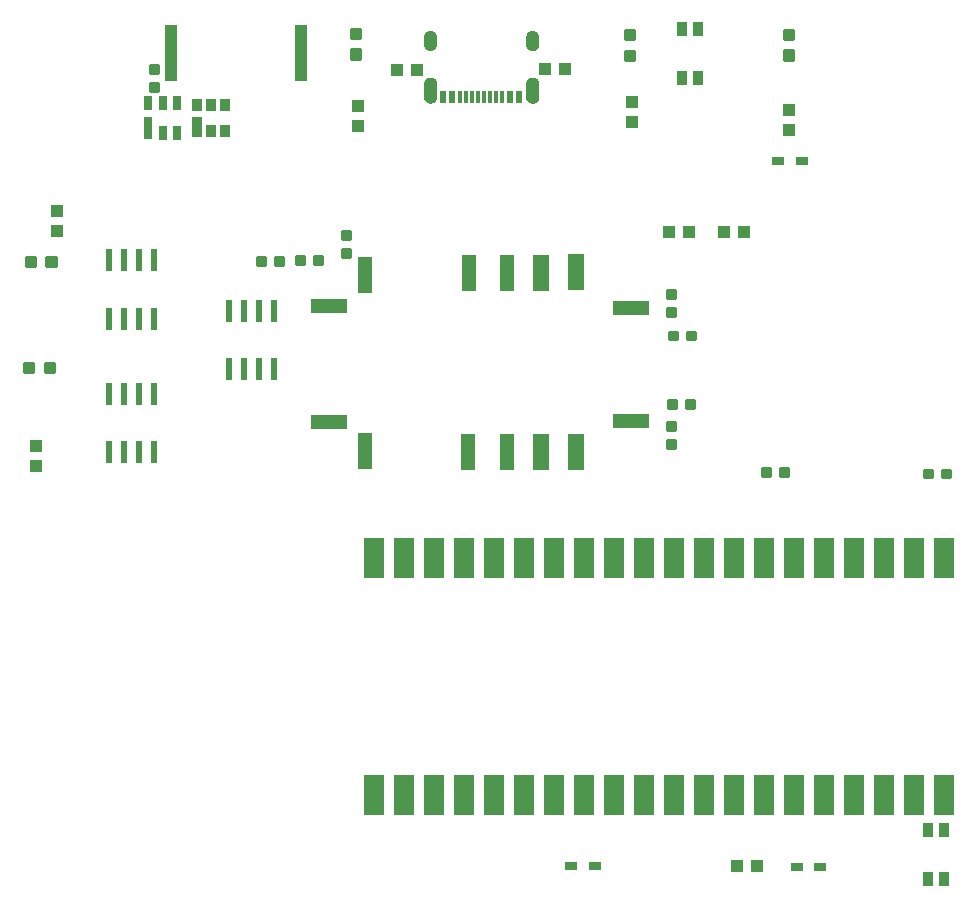
<source format=gtp>
G75*
%MOIN*%
%OFA0B0*%
%FSLAX25Y25*%
%IPPOS*%
%LPD*%
%AMOC8*
5,1,8,0,0,1.08239X$1,22.5*
%
%ADD10R,0.03937X0.04331*%
%ADD11R,0.06693X0.13780*%
%ADD12R,0.03543X0.04921*%
%ADD13R,0.05000X0.12000*%
%ADD14R,0.12000X0.05000*%
%ADD15R,0.05500X0.12000*%
%ADD16R,0.05600X0.12000*%
%ADD17C,0.00875*%
%ADD18R,0.01181X0.03937*%
%ADD19R,0.02362X0.03937*%
%ADD20C,0.00039*%
%ADD21R,0.02200X0.07800*%
%ADD22R,0.03937X0.03150*%
%ADD23C,0.01181*%
%ADD24R,0.02700X0.07700*%
%ADD25R,0.02700X0.04600*%
%ADD26R,0.03937X0.12992*%
%ADD27R,0.03189X0.06693*%
%ADD28R,0.03189X0.04134*%
D10*
X0049035Y0170154D03*
X0049035Y0176846D03*
X0056135Y0248654D03*
X0056135Y0255346D03*
X0156335Y0283654D03*
X0156335Y0290346D03*
X0169488Y0302200D03*
X0176181Y0302200D03*
X0218788Y0302400D03*
X0225481Y0302400D03*
X0247635Y0291446D03*
X0247635Y0284754D03*
X0260088Y0248100D03*
X0266781Y0248100D03*
X0278288Y0248100D03*
X0284981Y0248100D03*
X0300135Y0282054D03*
X0300135Y0288746D03*
X0289481Y0036900D03*
X0282788Y0036900D03*
D11*
X0161835Y0060630D03*
X0171835Y0060630D03*
X0181835Y0060630D03*
X0191835Y0060630D03*
X0201835Y0060630D03*
X0211835Y0060630D03*
X0221835Y0060630D03*
X0231835Y0060630D03*
X0241835Y0060630D03*
X0251835Y0060630D03*
X0261835Y0060630D03*
X0271835Y0060630D03*
X0281835Y0060630D03*
X0291835Y0060630D03*
X0301835Y0060630D03*
X0311835Y0060630D03*
X0321835Y0060630D03*
X0331835Y0060630D03*
X0341835Y0060630D03*
X0351835Y0060630D03*
X0351835Y0139370D03*
X0341835Y0139370D03*
X0331835Y0139370D03*
X0321835Y0139370D03*
X0311835Y0139370D03*
X0301835Y0139370D03*
X0291835Y0139370D03*
X0281835Y0139370D03*
X0271835Y0139370D03*
X0261835Y0139370D03*
X0251835Y0139370D03*
X0241835Y0139370D03*
X0231835Y0139370D03*
X0221835Y0139370D03*
X0211835Y0139370D03*
X0201835Y0139370D03*
X0191835Y0139370D03*
X0181835Y0139370D03*
X0171835Y0139370D03*
X0161835Y0139370D03*
D12*
X0264482Y0299428D03*
X0269797Y0299428D03*
X0269797Y0315766D03*
X0264443Y0315766D03*
X0346243Y0048866D03*
X0351597Y0048866D03*
X0351597Y0032528D03*
X0346282Y0032528D03*
D13*
X0206009Y0174705D03*
X0193189Y0174705D03*
X0158669Y0175205D03*
X0158788Y0234008D03*
X0193504Y0234441D03*
X0206004Y0234551D03*
D14*
X0247287Y0222705D03*
X0247268Y0185205D03*
X0146748Y0185008D03*
X0146768Y0223508D03*
D15*
X0217504Y0234661D03*
X0217528Y0174705D03*
X0229048Y0174705D03*
D16*
X0229004Y0234772D03*
D17*
X0259422Y0228713D02*
X0259422Y0226087D01*
X0259422Y0228713D02*
X0262048Y0228713D01*
X0262048Y0226087D01*
X0259422Y0226087D01*
X0259422Y0226961D02*
X0262048Y0226961D01*
X0262048Y0227835D02*
X0259422Y0227835D01*
X0259422Y0228709D02*
X0262048Y0228709D01*
X0259422Y0222713D02*
X0259422Y0220087D01*
X0259422Y0222713D02*
X0262048Y0222713D01*
X0262048Y0220087D01*
X0259422Y0220087D01*
X0259422Y0220961D02*
X0262048Y0220961D01*
X0262048Y0221835D02*
X0259422Y0221835D01*
X0259422Y0222709D02*
X0262048Y0222709D01*
X0262748Y0212387D02*
X0260122Y0212387D01*
X0260122Y0215013D01*
X0262748Y0215013D01*
X0262748Y0212387D01*
X0262748Y0213261D02*
X0260122Y0213261D01*
X0260122Y0214135D02*
X0262748Y0214135D01*
X0262748Y0215009D02*
X0260122Y0215009D01*
X0266122Y0212387D02*
X0268748Y0212387D01*
X0266122Y0212387D02*
X0266122Y0215013D01*
X0268748Y0215013D01*
X0268748Y0212387D01*
X0268748Y0213261D02*
X0266122Y0213261D01*
X0266122Y0214135D02*
X0268748Y0214135D01*
X0268748Y0215009D02*
X0266122Y0215009D01*
X0265622Y0192213D02*
X0268248Y0192213D01*
X0268248Y0189587D01*
X0265622Y0189587D01*
X0265622Y0192213D01*
X0265622Y0190461D02*
X0268248Y0190461D01*
X0268248Y0191335D02*
X0265622Y0191335D01*
X0265622Y0192209D02*
X0268248Y0192209D01*
X0262248Y0192213D02*
X0259622Y0192213D01*
X0262248Y0192213D02*
X0262248Y0189587D01*
X0259622Y0189587D01*
X0259622Y0192213D01*
X0259622Y0190461D02*
X0262248Y0190461D01*
X0262248Y0191335D02*
X0259622Y0191335D01*
X0259622Y0192209D02*
X0262248Y0192209D01*
X0259422Y0184813D02*
X0259422Y0182187D01*
X0259422Y0184813D02*
X0262048Y0184813D01*
X0262048Y0182187D01*
X0259422Y0182187D01*
X0259422Y0183061D02*
X0262048Y0183061D01*
X0262048Y0183935D02*
X0259422Y0183935D01*
X0259422Y0184809D02*
X0262048Y0184809D01*
X0259422Y0178813D02*
X0259422Y0176187D01*
X0259422Y0178813D02*
X0262048Y0178813D01*
X0262048Y0176187D01*
X0259422Y0176187D01*
X0259422Y0177061D02*
X0262048Y0177061D01*
X0262048Y0177935D02*
X0259422Y0177935D01*
X0259422Y0178809D02*
X0262048Y0178809D01*
X0291122Y0166787D02*
X0293748Y0166787D01*
X0291122Y0166787D02*
X0291122Y0169413D01*
X0293748Y0169413D01*
X0293748Y0166787D01*
X0293748Y0167661D02*
X0291122Y0167661D01*
X0291122Y0168535D02*
X0293748Y0168535D01*
X0293748Y0169409D02*
X0291122Y0169409D01*
X0297122Y0166787D02*
X0299748Y0166787D01*
X0297122Y0166787D02*
X0297122Y0169413D01*
X0299748Y0169413D01*
X0299748Y0166787D01*
X0299748Y0167661D02*
X0297122Y0167661D01*
X0297122Y0168535D02*
X0299748Y0168535D01*
X0299748Y0169409D02*
X0297122Y0169409D01*
X0345122Y0166387D02*
X0347748Y0166387D01*
X0345122Y0166387D02*
X0345122Y0169013D01*
X0347748Y0169013D01*
X0347748Y0166387D01*
X0347748Y0167261D02*
X0345122Y0167261D01*
X0345122Y0168135D02*
X0347748Y0168135D01*
X0347748Y0169009D02*
X0345122Y0169009D01*
X0351122Y0166387D02*
X0353748Y0166387D01*
X0351122Y0166387D02*
X0351122Y0169013D01*
X0353748Y0169013D01*
X0353748Y0166387D01*
X0353748Y0167261D02*
X0351122Y0167261D01*
X0351122Y0168135D02*
X0353748Y0168135D01*
X0353748Y0169009D02*
X0351122Y0169009D01*
X0151022Y0239987D02*
X0151022Y0242613D01*
X0153648Y0242613D01*
X0153648Y0239987D01*
X0151022Y0239987D01*
X0151022Y0240861D02*
X0153648Y0240861D01*
X0153648Y0241735D02*
X0151022Y0241735D01*
X0151022Y0242609D02*
X0153648Y0242609D01*
X0151022Y0245987D02*
X0151022Y0248613D01*
X0153648Y0248613D01*
X0153648Y0245987D01*
X0151022Y0245987D01*
X0151022Y0246861D02*
X0153648Y0246861D01*
X0153648Y0247735D02*
X0151022Y0247735D01*
X0151022Y0248609D02*
X0153648Y0248609D01*
X0144448Y0240113D02*
X0141822Y0240113D01*
X0144448Y0240113D02*
X0144448Y0237487D01*
X0141822Y0237487D01*
X0141822Y0240113D01*
X0141822Y0238361D02*
X0144448Y0238361D01*
X0144448Y0239235D02*
X0141822Y0239235D01*
X0141822Y0240109D02*
X0144448Y0240109D01*
X0138448Y0240113D02*
X0135822Y0240113D01*
X0138448Y0240113D02*
X0138448Y0237487D01*
X0135822Y0237487D01*
X0135822Y0240113D01*
X0135822Y0238361D02*
X0138448Y0238361D01*
X0138448Y0239235D02*
X0135822Y0239235D01*
X0135822Y0240109D02*
X0138448Y0240109D01*
X0131348Y0237187D02*
X0128722Y0237187D01*
X0128722Y0239813D01*
X0131348Y0239813D01*
X0131348Y0237187D01*
X0131348Y0238061D02*
X0128722Y0238061D01*
X0128722Y0238935D02*
X0131348Y0238935D01*
X0131348Y0239809D02*
X0128722Y0239809D01*
X0125348Y0237187D02*
X0122722Y0237187D01*
X0122722Y0239813D01*
X0125348Y0239813D01*
X0125348Y0237187D01*
X0125348Y0238061D02*
X0122722Y0238061D01*
X0122722Y0238935D02*
X0125348Y0238935D01*
X0125348Y0239809D02*
X0122722Y0239809D01*
X0087022Y0295087D02*
X0087022Y0297713D01*
X0089648Y0297713D01*
X0089648Y0295087D01*
X0087022Y0295087D01*
X0087022Y0295961D02*
X0089648Y0295961D01*
X0089648Y0296835D02*
X0087022Y0296835D01*
X0087022Y0297709D02*
X0089648Y0297709D01*
X0087022Y0301087D02*
X0087022Y0303713D01*
X0089648Y0303713D01*
X0089648Y0301087D01*
X0087022Y0301087D01*
X0087022Y0301961D02*
X0089648Y0301961D01*
X0089648Y0302835D02*
X0087022Y0302835D01*
X0087022Y0303709D02*
X0089648Y0303709D01*
D18*
X0190545Y0293239D03*
X0192513Y0293239D03*
X0194482Y0293239D03*
X0196450Y0293239D03*
X0198419Y0293239D03*
X0200387Y0293239D03*
X0202356Y0293239D03*
X0204325Y0293239D03*
D19*
X0207080Y0293239D03*
X0210132Y0293239D03*
X0187789Y0293239D03*
X0184738Y0293239D03*
D20*
X0182395Y0293357D02*
X0182364Y0292917D01*
X0182235Y0292495D01*
X0182015Y0292112D01*
X0181716Y0291788D01*
X0181352Y0291539D01*
X0180942Y0291376D01*
X0180506Y0291309D01*
X0180069Y0291336D01*
X0179650Y0291460D01*
X0179269Y0291673D01*
X0178945Y0291966D01*
X0178694Y0292324D01*
X0178529Y0292729D01*
X0178458Y0293160D01*
X0178458Y0297884D01*
X0178545Y0298296D01*
X0178720Y0298678D01*
X0178977Y0299012D01*
X0179301Y0299280D01*
X0179677Y0299469D01*
X0180085Y0299570D01*
X0180506Y0299577D01*
X0180887Y0299579D01*
X0181260Y0299495D01*
X0181604Y0299331D01*
X0181903Y0299094D01*
X0182142Y0298796D01*
X0182309Y0298453D01*
X0182395Y0298081D01*
X0182395Y0293357D01*
X0182395Y0293347D02*
X0178458Y0293347D01*
X0178458Y0293309D02*
X0182392Y0293309D01*
X0182389Y0293272D02*
X0178458Y0293272D01*
X0178458Y0293234D02*
X0182386Y0293234D01*
X0182384Y0293196D02*
X0178458Y0293196D01*
X0178459Y0293158D02*
X0182381Y0293158D01*
X0182378Y0293120D02*
X0178465Y0293120D01*
X0178471Y0293082D02*
X0182376Y0293082D01*
X0182373Y0293044D02*
X0178477Y0293044D01*
X0178484Y0293006D02*
X0182370Y0293006D01*
X0182367Y0292968D02*
X0178490Y0292968D01*
X0178496Y0292931D02*
X0182365Y0292931D01*
X0182356Y0292893D02*
X0178502Y0292893D01*
X0178508Y0292855D02*
X0182345Y0292855D01*
X0182333Y0292817D02*
X0178515Y0292817D01*
X0178521Y0292779D02*
X0182321Y0292779D01*
X0182310Y0292741D02*
X0178527Y0292741D01*
X0178539Y0292703D02*
X0182298Y0292703D01*
X0182287Y0292665D02*
X0178555Y0292665D01*
X0178570Y0292628D02*
X0182275Y0292628D01*
X0182264Y0292590D02*
X0178586Y0292590D01*
X0178601Y0292552D02*
X0182252Y0292552D01*
X0182240Y0292514D02*
X0178617Y0292514D01*
X0178632Y0292476D02*
X0182224Y0292476D01*
X0182202Y0292438D02*
X0178648Y0292438D01*
X0178663Y0292400D02*
X0182180Y0292400D01*
X0182159Y0292362D02*
X0178678Y0292362D01*
X0178694Y0292324D02*
X0182137Y0292324D01*
X0182115Y0292287D02*
X0178720Y0292287D01*
X0178747Y0292249D02*
X0182093Y0292249D01*
X0182072Y0292211D02*
X0178773Y0292211D01*
X0178800Y0292173D02*
X0182050Y0292173D01*
X0182028Y0292135D02*
X0178827Y0292135D01*
X0178853Y0292097D02*
X0182001Y0292097D01*
X0181966Y0292059D02*
X0178880Y0292059D01*
X0178906Y0292021D02*
X0181931Y0292021D01*
X0181896Y0291984D02*
X0178933Y0291984D01*
X0178968Y0291946D02*
X0181861Y0291946D01*
X0181826Y0291908D02*
X0179010Y0291908D01*
X0179052Y0291870D02*
X0181791Y0291870D01*
X0181756Y0291832D02*
X0179093Y0291832D01*
X0179135Y0291794D02*
X0181721Y0291794D01*
X0181669Y0291756D02*
X0179177Y0291756D01*
X0179219Y0291718D02*
X0181614Y0291718D01*
X0181559Y0291680D02*
X0179261Y0291680D01*
X0179324Y0291643D02*
X0181504Y0291643D01*
X0181448Y0291605D02*
X0179391Y0291605D01*
X0179459Y0291567D02*
X0181393Y0291567D01*
X0181328Y0291529D02*
X0179527Y0291529D01*
X0179594Y0291491D02*
X0181232Y0291491D01*
X0181136Y0291453D02*
X0179673Y0291453D01*
X0179801Y0291415D02*
X0181040Y0291415D01*
X0180944Y0291377D02*
X0179930Y0291377D01*
X0180059Y0291340D02*
X0180702Y0291340D01*
X0182395Y0293385D02*
X0178458Y0293385D01*
X0178458Y0293423D02*
X0182395Y0293423D01*
X0182395Y0293461D02*
X0178458Y0293461D01*
X0178458Y0293499D02*
X0182395Y0293499D01*
X0182395Y0293537D02*
X0178458Y0293537D01*
X0178458Y0293575D02*
X0182395Y0293575D01*
X0182395Y0293612D02*
X0178458Y0293612D01*
X0178458Y0293650D02*
X0182395Y0293650D01*
X0182395Y0293688D02*
X0178458Y0293688D01*
X0178458Y0293726D02*
X0182395Y0293726D01*
X0182395Y0293764D02*
X0178458Y0293764D01*
X0178458Y0293802D02*
X0182395Y0293802D01*
X0182395Y0293840D02*
X0178458Y0293840D01*
X0178458Y0293878D02*
X0182395Y0293878D01*
X0182395Y0293915D02*
X0178458Y0293915D01*
X0178458Y0293953D02*
X0182395Y0293953D01*
X0182395Y0293991D02*
X0178458Y0293991D01*
X0178458Y0294029D02*
X0182395Y0294029D01*
X0182395Y0294067D02*
X0178458Y0294067D01*
X0178458Y0294105D02*
X0182395Y0294105D01*
X0182395Y0294143D02*
X0178458Y0294143D01*
X0178458Y0294181D02*
X0182395Y0294181D01*
X0182395Y0294219D02*
X0178458Y0294219D01*
X0178458Y0294256D02*
X0182395Y0294256D01*
X0182395Y0294294D02*
X0178458Y0294294D01*
X0178458Y0294332D02*
X0182395Y0294332D01*
X0182395Y0294370D02*
X0178458Y0294370D01*
X0178458Y0294408D02*
X0182395Y0294408D01*
X0182395Y0294446D02*
X0178458Y0294446D01*
X0178458Y0294484D02*
X0182395Y0294484D01*
X0182395Y0294522D02*
X0178458Y0294522D01*
X0178458Y0294559D02*
X0182395Y0294559D01*
X0182395Y0294597D02*
X0178458Y0294597D01*
X0178458Y0294635D02*
X0182395Y0294635D01*
X0182395Y0294673D02*
X0178458Y0294673D01*
X0178458Y0294711D02*
X0182395Y0294711D01*
X0182395Y0294749D02*
X0178458Y0294749D01*
X0178458Y0294787D02*
X0182395Y0294787D01*
X0182395Y0294825D02*
X0178458Y0294825D01*
X0178458Y0294863D02*
X0182395Y0294863D01*
X0182395Y0294900D02*
X0178458Y0294900D01*
X0178458Y0294938D02*
X0182395Y0294938D01*
X0182395Y0294976D02*
X0178458Y0294976D01*
X0178458Y0295014D02*
X0182395Y0295014D01*
X0182395Y0295052D02*
X0178458Y0295052D01*
X0178458Y0295090D02*
X0182395Y0295090D01*
X0182395Y0295128D02*
X0178458Y0295128D01*
X0178458Y0295166D02*
X0182395Y0295166D01*
X0182395Y0295203D02*
X0178458Y0295203D01*
X0178458Y0295241D02*
X0182395Y0295241D01*
X0182395Y0295279D02*
X0178458Y0295279D01*
X0178458Y0295317D02*
X0182395Y0295317D01*
X0182395Y0295355D02*
X0178458Y0295355D01*
X0178458Y0295393D02*
X0182395Y0295393D01*
X0182395Y0295431D02*
X0178458Y0295431D01*
X0178458Y0295469D02*
X0182395Y0295469D01*
X0182395Y0295507D02*
X0178458Y0295507D01*
X0178458Y0295544D02*
X0182395Y0295544D01*
X0182395Y0295582D02*
X0178458Y0295582D01*
X0178458Y0295620D02*
X0182395Y0295620D01*
X0182395Y0295658D02*
X0178458Y0295658D01*
X0178458Y0295696D02*
X0182395Y0295696D01*
X0182395Y0295734D02*
X0178458Y0295734D01*
X0178458Y0295772D02*
X0182395Y0295772D01*
X0182395Y0295810D02*
X0178458Y0295810D01*
X0178458Y0295847D02*
X0182395Y0295847D01*
X0182395Y0295885D02*
X0178458Y0295885D01*
X0178458Y0295923D02*
X0182395Y0295923D01*
X0182395Y0295961D02*
X0178458Y0295961D01*
X0178458Y0295999D02*
X0182395Y0295999D01*
X0182395Y0296037D02*
X0178458Y0296037D01*
X0178458Y0296075D02*
X0182395Y0296075D01*
X0182395Y0296113D02*
X0178458Y0296113D01*
X0178458Y0296150D02*
X0182395Y0296150D01*
X0182395Y0296188D02*
X0178458Y0296188D01*
X0178458Y0296226D02*
X0182395Y0296226D01*
X0182395Y0296264D02*
X0178458Y0296264D01*
X0178458Y0296302D02*
X0182395Y0296302D01*
X0182395Y0296340D02*
X0178458Y0296340D01*
X0178458Y0296378D02*
X0182395Y0296378D01*
X0182395Y0296416D02*
X0178458Y0296416D01*
X0178458Y0296454D02*
X0182395Y0296454D01*
X0182395Y0296491D02*
X0178458Y0296491D01*
X0178458Y0296529D02*
X0182395Y0296529D01*
X0182395Y0296567D02*
X0178458Y0296567D01*
X0178458Y0296605D02*
X0182395Y0296605D01*
X0182395Y0296643D02*
X0178458Y0296643D01*
X0178458Y0296681D02*
X0182395Y0296681D01*
X0182395Y0296719D02*
X0178458Y0296719D01*
X0178458Y0296757D02*
X0182395Y0296757D01*
X0182395Y0296794D02*
X0178458Y0296794D01*
X0178458Y0296832D02*
X0182395Y0296832D01*
X0182395Y0296870D02*
X0178458Y0296870D01*
X0178458Y0296908D02*
X0182395Y0296908D01*
X0182395Y0296946D02*
X0178458Y0296946D01*
X0178458Y0296984D02*
X0182395Y0296984D01*
X0182395Y0297022D02*
X0178458Y0297022D01*
X0178458Y0297060D02*
X0182395Y0297060D01*
X0182395Y0297098D02*
X0178458Y0297098D01*
X0178458Y0297135D02*
X0182395Y0297135D01*
X0182395Y0297173D02*
X0178458Y0297173D01*
X0178458Y0297211D02*
X0182395Y0297211D01*
X0182395Y0297249D02*
X0178458Y0297249D01*
X0178458Y0297287D02*
X0182395Y0297287D01*
X0182395Y0297325D02*
X0178458Y0297325D01*
X0178458Y0297363D02*
X0182395Y0297363D01*
X0182395Y0297401D02*
X0178458Y0297401D01*
X0178458Y0297438D02*
X0182395Y0297438D01*
X0182395Y0297476D02*
X0178458Y0297476D01*
X0178458Y0297514D02*
X0182395Y0297514D01*
X0182395Y0297552D02*
X0178458Y0297552D01*
X0178458Y0297590D02*
X0182395Y0297590D01*
X0182395Y0297628D02*
X0178458Y0297628D01*
X0178458Y0297666D02*
X0182395Y0297666D01*
X0182395Y0297704D02*
X0178458Y0297704D01*
X0178458Y0297742D02*
X0182395Y0297742D01*
X0182395Y0297779D02*
X0178458Y0297779D01*
X0178458Y0297817D02*
X0182395Y0297817D01*
X0182395Y0297855D02*
X0178458Y0297855D01*
X0178460Y0297893D02*
X0182395Y0297893D01*
X0182395Y0297931D02*
X0178468Y0297931D01*
X0178476Y0297969D02*
X0182395Y0297969D01*
X0182395Y0298007D02*
X0178484Y0298007D01*
X0178492Y0298045D02*
X0182395Y0298045D01*
X0182395Y0298082D02*
X0178500Y0298082D01*
X0178508Y0298120D02*
X0182386Y0298120D01*
X0182377Y0298158D02*
X0178516Y0298158D01*
X0178524Y0298196D02*
X0182369Y0298196D01*
X0182360Y0298234D02*
X0178532Y0298234D01*
X0178540Y0298272D02*
X0182351Y0298272D01*
X0182342Y0298310D02*
X0178551Y0298310D01*
X0178568Y0298348D02*
X0182334Y0298348D01*
X0182325Y0298385D02*
X0178586Y0298385D01*
X0178603Y0298423D02*
X0182316Y0298423D01*
X0182305Y0298461D02*
X0178621Y0298461D01*
X0178638Y0298499D02*
X0182287Y0298499D01*
X0182268Y0298537D02*
X0178656Y0298537D01*
X0178673Y0298575D02*
X0182250Y0298575D01*
X0182231Y0298613D02*
X0178690Y0298613D01*
X0178708Y0298651D02*
X0182213Y0298651D01*
X0182195Y0298689D02*
X0178728Y0298689D01*
X0178758Y0298726D02*
X0182176Y0298726D01*
X0182158Y0298764D02*
X0178787Y0298764D01*
X0178816Y0298802D02*
X0182137Y0298802D01*
X0182107Y0298840D02*
X0178845Y0298840D01*
X0178874Y0298878D02*
X0182077Y0298878D01*
X0182046Y0298916D02*
X0178903Y0298916D01*
X0178932Y0298954D02*
X0182016Y0298954D01*
X0181985Y0298992D02*
X0178961Y0298992D01*
X0178998Y0299029D02*
X0181955Y0299029D01*
X0181924Y0299067D02*
X0179044Y0299067D01*
X0179090Y0299105D02*
X0181889Y0299105D01*
X0181841Y0299143D02*
X0179136Y0299143D01*
X0179182Y0299181D02*
X0181793Y0299181D01*
X0181745Y0299219D02*
X0179228Y0299219D01*
X0179273Y0299257D02*
X0181697Y0299257D01*
X0181649Y0299295D02*
X0179331Y0299295D01*
X0179406Y0299333D02*
X0181600Y0299333D01*
X0181521Y0299370D02*
X0179481Y0299370D01*
X0179556Y0299408D02*
X0181441Y0299408D01*
X0181362Y0299446D02*
X0179632Y0299446D01*
X0179738Y0299484D02*
X0181282Y0299484D01*
X0181139Y0299522D02*
X0179892Y0299522D01*
X0180045Y0299560D02*
X0180971Y0299560D01*
X0180506Y0308829D02*
X0180058Y0308871D01*
X0179631Y0309011D01*
X0179245Y0309243D01*
X0178921Y0309554D01*
X0178674Y0309930D01*
X0178517Y0310352D01*
X0178458Y0310798D01*
X0178458Y0313160D01*
X0178493Y0313586D01*
X0178622Y0313994D01*
X0178838Y0314363D01*
X0179131Y0314675D01*
X0179486Y0314914D01*
X0179885Y0315067D01*
X0180309Y0315128D01*
X0180742Y0315115D01*
X0181161Y0315006D01*
X0181546Y0314806D01*
X0181876Y0314525D01*
X0182136Y0314178D01*
X0182312Y0313782D01*
X0182395Y0313357D01*
X0182395Y0310994D01*
X0182375Y0310540D01*
X0182254Y0310101D01*
X0182039Y0309700D01*
X0181740Y0309357D01*
X0181372Y0309090D01*
X0180953Y0308911D01*
X0180506Y0308829D01*
X0180569Y0308841D02*
X0180380Y0308841D01*
X0180034Y0308879D02*
X0180778Y0308879D01*
X0180967Y0308917D02*
X0179918Y0308917D01*
X0179803Y0308954D02*
X0181056Y0308954D01*
X0181144Y0308992D02*
X0179687Y0308992D01*
X0179598Y0309030D02*
X0181233Y0309030D01*
X0181321Y0309068D02*
X0179535Y0309068D01*
X0179472Y0309106D02*
X0181394Y0309106D01*
X0181446Y0309144D02*
X0179409Y0309144D01*
X0179346Y0309182D02*
X0181498Y0309182D01*
X0181550Y0309220D02*
X0179284Y0309220D01*
X0179230Y0309257D02*
X0181602Y0309257D01*
X0181654Y0309295D02*
X0179190Y0309295D01*
X0179151Y0309333D02*
X0181706Y0309333D01*
X0181752Y0309371D02*
X0179112Y0309371D01*
X0179072Y0309409D02*
X0181785Y0309409D01*
X0181818Y0309447D02*
X0179033Y0309447D01*
X0178993Y0309485D02*
X0181851Y0309485D01*
X0181884Y0309523D02*
X0178954Y0309523D01*
X0178917Y0309561D02*
X0181917Y0309561D01*
X0181950Y0309598D02*
X0178892Y0309598D01*
X0178867Y0309636D02*
X0181983Y0309636D01*
X0182016Y0309674D02*
X0178842Y0309674D01*
X0178818Y0309712D02*
X0182045Y0309712D01*
X0182066Y0309750D02*
X0178793Y0309750D01*
X0178768Y0309788D02*
X0182086Y0309788D01*
X0182106Y0309826D02*
X0178743Y0309826D01*
X0178718Y0309864D02*
X0182127Y0309864D01*
X0182147Y0309901D02*
X0178693Y0309901D01*
X0178671Y0309939D02*
X0182167Y0309939D01*
X0182188Y0309977D02*
X0178657Y0309977D01*
X0178643Y0310015D02*
X0182208Y0310015D01*
X0182228Y0310053D02*
X0178629Y0310053D01*
X0178615Y0310091D02*
X0182249Y0310091D01*
X0182262Y0310129D02*
X0178600Y0310129D01*
X0178586Y0310167D02*
X0182272Y0310167D01*
X0182283Y0310204D02*
X0178572Y0310204D01*
X0178558Y0310242D02*
X0182293Y0310242D01*
X0182304Y0310280D02*
X0178544Y0310280D01*
X0178530Y0310318D02*
X0182314Y0310318D01*
X0182325Y0310356D02*
X0178517Y0310356D01*
X0178512Y0310394D02*
X0182335Y0310394D01*
X0182345Y0310432D02*
X0178507Y0310432D01*
X0178502Y0310470D02*
X0182356Y0310470D01*
X0182366Y0310508D02*
X0178497Y0310508D01*
X0178492Y0310545D02*
X0182375Y0310545D01*
X0182377Y0310583D02*
X0178487Y0310583D01*
X0178482Y0310621D02*
X0182379Y0310621D01*
X0182380Y0310659D02*
X0178477Y0310659D01*
X0178472Y0310697D02*
X0182382Y0310697D01*
X0182384Y0310735D02*
X0178467Y0310735D01*
X0178462Y0310773D02*
X0182386Y0310773D01*
X0182387Y0310811D02*
X0178458Y0310811D01*
X0178458Y0310848D02*
X0182389Y0310848D01*
X0182391Y0310886D02*
X0178458Y0310886D01*
X0178458Y0310924D02*
X0182392Y0310924D01*
X0182394Y0310962D02*
X0178458Y0310962D01*
X0178458Y0311000D02*
X0182395Y0311000D01*
X0182395Y0311038D02*
X0178458Y0311038D01*
X0178458Y0311076D02*
X0182395Y0311076D01*
X0182395Y0311114D02*
X0178458Y0311114D01*
X0178458Y0311152D02*
X0182395Y0311152D01*
X0182395Y0311189D02*
X0178458Y0311189D01*
X0178458Y0311227D02*
X0182395Y0311227D01*
X0182395Y0311265D02*
X0178458Y0311265D01*
X0178458Y0311303D02*
X0182395Y0311303D01*
X0182395Y0311341D02*
X0178458Y0311341D01*
X0178458Y0311379D02*
X0182395Y0311379D01*
X0182395Y0311417D02*
X0178458Y0311417D01*
X0178458Y0311455D02*
X0182395Y0311455D01*
X0182395Y0311492D02*
X0178458Y0311492D01*
X0178458Y0311530D02*
X0182395Y0311530D01*
X0182395Y0311568D02*
X0178458Y0311568D01*
X0178458Y0311606D02*
X0182395Y0311606D01*
X0182395Y0311644D02*
X0178458Y0311644D01*
X0178458Y0311682D02*
X0182395Y0311682D01*
X0182395Y0311720D02*
X0178458Y0311720D01*
X0178458Y0311758D02*
X0182395Y0311758D01*
X0182395Y0311796D02*
X0178458Y0311796D01*
X0178458Y0311833D02*
X0182395Y0311833D01*
X0182395Y0311871D02*
X0178458Y0311871D01*
X0178458Y0311909D02*
X0182395Y0311909D01*
X0182395Y0311947D02*
X0178458Y0311947D01*
X0178458Y0311985D02*
X0182395Y0311985D01*
X0182395Y0312023D02*
X0178458Y0312023D01*
X0178458Y0312061D02*
X0182395Y0312061D01*
X0182395Y0312099D02*
X0178458Y0312099D01*
X0178458Y0312136D02*
X0182395Y0312136D01*
X0182395Y0312174D02*
X0178458Y0312174D01*
X0178458Y0312212D02*
X0182395Y0312212D01*
X0182395Y0312250D02*
X0178458Y0312250D01*
X0178458Y0312288D02*
X0182395Y0312288D01*
X0182395Y0312326D02*
X0178458Y0312326D01*
X0178458Y0312364D02*
X0182395Y0312364D01*
X0182395Y0312402D02*
X0178458Y0312402D01*
X0178458Y0312439D02*
X0182395Y0312439D01*
X0182395Y0312477D02*
X0178458Y0312477D01*
X0178458Y0312515D02*
X0182395Y0312515D01*
X0182395Y0312553D02*
X0178458Y0312553D01*
X0178458Y0312591D02*
X0182395Y0312591D01*
X0182395Y0312629D02*
X0178458Y0312629D01*
X0178458Y0312667D02*
X0182395Y0312667D01*
X0182395Y0312705D02*
X0178458Y0312705D01*
X0178458Y0312743D02*
X0182395Y0312743D01*
X0182395Y0312780D02*
X0178458Y0312780D01*
X0178458Y0312818D02*
X0182395Y0312818D01*
X0182395Y0312856D02*
X0178458Y0312856D01*
X0178458Y0312894D02*
X0182395Y0312894D01*
X0182395Y0312932D02*
X0178458Y0312932D01*
X0178458Y0312970D02*
X0182395Y0312970D01*
X0182395Y0313008D02*
X0178458Y0313008D01*
X0178458Y0313046D02*
X0182395Y0313046D01*
X0182395Y0313083D02*
X0178458Y0313083D01*
X0178458Y0313121D02*
X0182395Y0313121D01*
X0182395Y0313159D02*
X0178458Y0313159D01*
X0178461Y0313197D02*
X0182395Y0313197D01*
X0182395Y0313235D02*
X0178464Y0313235D01*
X0178468Y0313273D02*
X0182395Y0313273D01*
X0182395Y0313311D02*
X0178471Y0313311D01*
X0178474Y0313349D02*
X0182395Y0313349D01*
X0182390Y0313387D02*
X0178477Y0313387D01*
X0178480Y0313424D02*
X0182382Y0313424D01*
X0182375Y0313462D02*
X0178483Y0313462D01*
X0178486Y0313500D02*
X0182367Y0313500D01*
X0182360Y0313538D02*
X0178489Y0313538D01*
X0178492Y0313576D02*
X0182352Y0313576D01*
X0182345Y0313614D02*
X0178502Y0313614D01*
X0178514Y0313652D02*
X0182338Y0313652D01*
X0182330Y0313690D02*
X0178526Y0313690D01*
X0178538Y0313727D02*
X0182323Y0313727D01*
X0182315Y0313765D02*
X0178550Y0313765D01*
X0178562Y0313803D02*
X0182303Y0313803D01*
X0182286Y0313841D02*
X0178574Y0313841D01*
X0178585Y0313879D02*
X0182269Y0313879D01*
X0182252Y0313917D02*
X0178597Y0313917D01*
X0178609Y0313955D02*
X0182235Y0313955D01*
X0182218Y0313993D02*
X0178621Y0313993D01*
X0178643Y0314031D02*
X0182202Y0314031D01*
X0182185Y0314068D02*
X0178665Y0314068D01*
X0178688Y0314106D02*
X0182168Y0314106D01*
X0182151Y0314144D02*
X0178710Y0314144D01*
X0178732Y0314182D02*
X0182133Y0314182D01*
X0182105Y0314220D02*
X0178754Y0314220D01*
X0178776Y0314258D02*
X0182076Y0314258D01*
X0182048Y0314296D02*
X0178799Y0314296D01*
X0178821Y0314334D02*
X0182020Y0314334D01*
X0181991Y0314371D02*
X0178846Y0314371D01*
X0178881Y0314409D02*
X0181963Y0314409D01*
X0181935Y0314447D02*
X0178917Y0314447D01*
X0178953Y0314485D02*
X0181906Y0314485D01*
X0181878Y0314523D02*
X0178988Y0314523D01*
X0179024Y0314561D02*
X0181834Y0314561D01*
X0181790Y0314599D02*
X0179059Y0314599D01*
X0179095Y0314637D02*
X0181745Y0314637D01*
X0181700Y0314674D02*
X0179131Y0314674D01*
X0179187Y0314712D02*
X0181656Y0314712D01*
X0181611Y0314750D02*
X0179243Y0314750D01*
X0179299Y0314788D02*
X0181567Y0314788D01*
X0181507Y0314826D02*
X0179356Y0314826D01*
X0179412Y0314864D02*
X0181434Y0314864D01*
X0181361Y0314902D02*
X0179469Y0314902D01*
X0179554Y0314940D02*
X0181288Y0314940D01*
X0181215Y0314978D02*
X0179652Y0314978D01*
X0179751Y0315015D02*
X0181124Y0315015D01*
X0180979Y0315053D02*
X0179849Y0315053D01*
X0180051Y0315091D02*
X0180833Y0315091D01*
X0212474Y0313160D02*
X0212474Y0310798D01*
X0212514Y0310367D01*
X0212648Y0309957D01*
X0212870Y0309586D01*
X0213170Y0309275D01*
X0213531Y0309037D01*
X0213936Y0308886D01*
X0214364Y0308829D01*
X0214812Y0308871D01*
X0215239Y0309011D01*
X0215624Y0309243D01*
X0215949Y0309554D01*
X0216195Y0309930D01*
X0216352Y0310352D01*
X0216411Y0310798D01*
X0216411Y0313160D01*
X0216352Y0313606D01*
X0216195Y0314027D01*
X0215949Y0314403D01*
X0215624Y0314715D01*
X0215239Y0314947D01*
X0214812Y0315087D01*
X0214364Y0315128D01*
X0213936Y0315071D01*
X0213531Y0314920D01*
X0213170Y0314683D01*
X0212870Y0314371D01*
X0212648Y0314001D01*
X0212514Y0313590D01*
X0212474Y0313160D01*
X0212474Y0313159D02*
X0216411Y0313159D01*
X0216411Y0313121D02*
X0212474Y0313121D01*
X0212474Y0313083D02*
X0216411Y0313083D01*
X0216411Y0313046D02*
X0212474Y0313046D01*
X0212474Y0313008D02*
X0216411Y0313008D01*
X0216411Y0312970D02*
X0212474Y0312970D01*
X0212474Y0312932D02*
X0216411Y0312932D01*
X0216411Y0312894D02*
X0212474Y0312894D01*
X0212474Y0312856D02*
X0216411Y0312856D01*
X0216411Y0312818D02*
X0212474Y0312818D01*
X0212474Y0312780D02*
X0216411Y0312780D01*
X0216411Y0312743D02*
X0212474Y0312743D01*
X0212474Y0312705D02*
X0216411Y0312705D01*
X0216411Y0312667D02*
X0212474Y0312667D01*
X0212474Y0312629D02*
X0216411Y0312629D01*
X0216411Y0312591D02*
X0212474Y0312591D01*
X0212474Y0312553D02*
X0216411Y0312553D01*
X0216411Y0312515D02*
X0212474Y0312515D01*
X0212474Y0312477D02*
X0216411Y0312477D01*
X0216411Y0312439D02*
X0212474Y0312439D01*
X0212474Y0312402D02*
X0216411Y0312402D01*
X0216411Y0312364D02*
X0212474Y0312364D01*
X0212474Y0312326D02*
X0216411Y0312326D01*
X0216411Y0312288D02*
X0212474Y0312288D01*
X0212474Y0312250D02*
X0216411Y0312250D01*
X0216411Y0312212D02*
X0212474Y0312212D01*
X0212474Y0312174D02*
X0216411Y0312174D01*
X0216411Y0312136D02*
X0212474Y0312136D01*
X0212474Y0312099D02*
X0216411Y0312099D01*
X0216411Y0312061D02*
X0212474Y0312061D01*
X0212474Y0312023D02*
X0216411Y0312023D01*
X0216411Y0311985D02*
X0212474Y0311985D01*
X0212474Y0311947D02*
X0216411Y0311947D01*
X0216411Y0311909D02*
X0212474Y0311909D01*
X0212474Y0311871D02*
X0216411Y0311871D01*
X0216411Y0311833D02*
X0212474Y0311833D01*
X0212474Y0311796D02*
X0216411Y0311796D01*
X0216411Y0311758D02*
X0212474Y0311758D01*
X0212474Y0311720D02*
X0216411Y0311720D01*
X0216411Y0311682D02*
X0212474Y0311682D01*
X0212474Y0311644D02*
X0216411Y0311644D01*
X0216411Y0311606D02*
X0212474Y0311606D01*
X0212474Y0311568D02*
X0216411Y0311568D01*
X0216411Y0311530D02*
X0212474Y0311530D01*
X0212474Y0311492D02*
X0216411Y0311492D01*
X0216411Y0311455D02*
X0212474Y0311455D01*
X0212474Y0311417D02*
X0216411Y0311417D01*
X0216411Y0311379D02*
X0212474Y0311379D01*
X0212474Y0311341D02*
X0216411Y0311341D01*
X0216411Y0311303D02*
X0212474Y0311303D01*
X0212474Y0311265D02*
X0216411Y0311265D01*
X0216411Y0311227D02*
X0212474Y0311227D01*
X0212474Y0311189D02*
X0216411Y0311189D01*
X0216411Y0311152D02*
X0212474Y0311152D01*
X0212474Y0311114D02*
X0216411Y0311114D01*
X0216411Y0311076D02*
X0212474Y0311076D01*
X0212474Y0311038D02*
X0216411Y0311038D01*
X0216411Y0311000D02*
X0212474Y0311000D01*
X0212474Y0310962D02*
X0216411Y0310962D01*
X0216411Y0310924D02*
X0212474Y0310924D01*
X0212474Y0310886D02*
X0216411Y0310886D01*
X0216411Y0310848D02*
X0212474Y0310848D01*
X0212474Y0310811D02*
X0216411Y0310811D01*
X0216408Y0310773D02*
X0212476Y0310773D01*
X0212480Y0310735D02*
X0216403Y0310735D01*
X0216398Y0310697D02*
X0212483Y0310697D01*
X0212487Y0310659D02*
X0216393Y0310659D01*
X0216388Y0310621D02*
X0212490Y0310621D01*
X0212494Y0310583D02*
X0216383Y0310583D01*
X0216378Y0310545D02*
X0212497Y0310545D01*
X0212501Y0310508D02*
X0216373Y0310508D01*
X0216368Y0310470D02*
X0212504Y0310470D01*
X0212508Y0310432D02*
X0216363Y0310432D01*
X0216358Y0310394D02*
X0212511Y0310394D01*
X0212517Y0310356D02*
X0216353Y0310356D01*
X0216339Y0310318D02*
X0212530Y0310318D01*
X0212542Y0310280D02*
X0216325Y0310280D01*
X0216311Y0310242D02*
X0212555Y0310242D01*
X0212567Y0310204D02*
X0216297Y0310204D01*
X0216283Y0310167D02*
X0212579Y0310167D01*
X0212592Y0310129D02*
X0216269Y0310129D01*
X0216255Y0310091D02*
X0212604Y0310091D01*
X0212617Y0310053D02*
X0216241Y0310053D01*
X0216227Y0310015D02*
X0212629Y0310015D01*
X0212641Y0309977D02*
X0216213Y0309977D01*
X0216199Y0309939D02*
X0212659Y0309939D01*
X0212681Y0309901D02*
X0216176Y0309901D01*
X0216151Y0309864D02*
X0212704Y0309864D01*
X0212727Y0309826D02*
X0216127Y0309826D01*
X0216102Y0309788D02*
X0212749Y0309788D01*
X0212772Y0309750D02*
X0216077Y0309750D01*
X0216052Y0309712D02*
X0212795Y0309712D01*
X0212818Y0309674D02*
X0216027Y0309674D01*
X0216002Y0309636D02*
X0212840Y0309636D01*
X0212863Y0309598D02*
X0215977Y0309598D01*
X0215953Y0309561D02*
X0212895Y0309561D01*
X0212932Y0309523D02*
X0215916Y0309523D01*
X0215876Y0309485D02*
X0212968Y0309485D01*
X0213004Y0309447D02*
X0215837Y0309447D01*
X0215797Y0309409D02*
X0213041Y0309409D01*
X0213077Y0309371D02*
X0215758Y0309371D01*
X0215719Y0309333D02*
X0213113Y0309333D01*
X0213150Y0309295D02*
X0215679Y0309295D01*
X0215640Y0309257D02*
X0213196Y0309257D01*
X0213253Y0309220D02*
X0215586Y0309220D01*
X0215523Y0309182D02*
X0213311Y0309182D01*
X0213369Y0309144D02*
X0215460Y0309144D01*
X0215397Y0309106D02*
X0213426Y0309106D01*
X0213484Y0309068D02*
X0215334Y0309068D01*
X0215271Y0309030D02*
X0213550Y0309030D01*
X0213651Y0308992D02*
X0215182Y0308992D01*
X0215067Y0308954D02*
X0213753Y0308954D01*
X0213854Y0308917D02*
X0214951Y0308917D01*
X0214836Y0308879D02*
X0213993Y0308879D01*
X0214277Y0308841D02*
X0214489Y0308841D01*
X0216406Y0313197D02*
X0212478Y0313197D01*
X0212481Y0313235D02*
X0216401Y0313235D01*
X0216396Y0313273D02*
X0212485Y0313273D01*
X0212488Y0313311D02*
X0216391Y0313311D01*
X0216386Y0313349D02*
X0212491Y0313349D01*
X0212495Y0313387D02*
X0216381Y0313387D01*
X0216376Y0313424D02*
X0212498Y0313424D01*
X0212502Y0313462D02*
X0216371Y0313462D01*
X0216366Y0313500D02*
X0212505Y0313500D01*
X0212509Y0313538D02*
X0216361Y0313538D01*
X0216356Y0313576D02*
X0212512Y0313576D01*
X0212521Y0313614D02*
X0216349Y0313614D01*
X0216335Y0313652D02*
X0212534Y0313652D01*
X0212546Y0313690D02*
X0216321Y0313690D01*
X0216307Y0313727D02*
X0212559Y0313727D01*
X0212571Y0313765D02*
X0216293Y0313765D01*
X0216279Y0313803D02*
X0212583Y0313803D01*
X0212596Y0313841D02*
X0216264Y0313841D01*
X0216250Y0313879D02*
X0212608Y0313879D01*
X0212621Y0313917D02*
X0216236Y0313917D01*
X0216222Y0313955D02*
X0212633Y0313955D01*
X0212645Y0313993D02*
X0216208Y0313993D01*
X0216193Y0314031D02*
X0212666Y0314031D01*
X0212689Y0314068D02*
X0216168Y0314068D01*
X0216143Y0314106D02*
X0212711Y0314106D01*
X0212734Y0314144D02*
X0216118Y0314144D01*
X0216094Y0314182D02*
X0212757Y0314182D01*
X0212780Y0314220D02*
X0216069Y0314220D01*
X0216044Y0314258D02*
X0212802Y0314258D01*
X0212825Y0314296D02*
X0216019Y0314296D01*
X0215994Y0314334D02*
X0212848Y0314334D01*
X0212871Y0314371D02*
X0215969Y0314371D01*
X0215942Y0314409D02*
X0212907Y0314409D01*
X0212943Y0314447D02*
X0215903Y0314447D01*
X0215863Y0314485D02*
X0212980Y0314485D01*
X0213016Y0314523D02*
X0215824Y0314523D01*
X0215784Y0314561D02*
X0213052Y0314561D01*
X0213089Y0314599D02*
X0215745Y0314599D01*
X0215706Y0314637D02*
X0213125Y0314637D01*
X0213162Y0314674D02*
X0215666Y0314674D01*
X0215627Y0314712D02*
X0213214Y0314712D01*
X0213272Y0314750D02*
X0215565Y0314750D01*
X0215502Y0314788D02*
X0213330Y0314788D01*
X0213387Y0314826D02*
X0215439Y0314826D01*
X0215376Y0314864D02*
X0213445Y0314864D01*
X0213503Y0314902D02*
X0215313Y0314902D01*
X0215250Y0314940D02*
X0213583Y0314940D01*
X0213684Y0314978D02*
X0215145Y0314978D01*
X0215029Y0315015D02*
X0213786Y0315015D01*
X0213888Y0315053D02*
X0214914Y0315053D01*
X0214764Y0315091D02*
X0214085Y0315091D01*
X0214135Y0299574D02*
X0213721Y0299475D01*
X0213340Y0299288D01*
X0213009Y0299020D01*
X0212747Y0298685D01*
X0212565Y0298300D01*
X0212474Y0297884D01*
X0212474Y0293160D01*
X0212550Y0292725D01*
X0212720Y0292317D01*
X0212977Y0291958D01*
X0213308Y0291665D01*
X0213695Y0291453D01*
X0214120Y0291333D01*
X0214561Y0291309D01*
X0214972Y0291356D01*
X0215364Y0291493D01*
X0215714Y0291713D01*
X0216007Y0292006D01*
X0216228Y0292357D01*
X0216365Y0292748D01*
X0216411Y0293160D01*
X0216411Y0297884D01*
X0216349Y0298277D01*
X0216202Y0298645D01*
X0215976Y0298972D01*
X0215683Y0299240D01*
X0215337Y0299436D01*
X0214957Y0299550D01*
X0214561Y0299577D01*
X0214135Y0299574D01*
X0214077Y0299560D02*
X0214816Y0299560D01*
X0215051Y0299522D02*
X0213917Y0299522D01*
X0213758Y0299484D02*
X0215177Y0299484D01*
X0215303Y0299446D02*
X0213662Y0299446D01*
X0213585Y0299408D02*
X0215386Y0299408D01*
X0215452Y0299370D02*
X0213508Y0299370D01*
X0213431Y0299333D02*
X0215519Y0299333D01*
X0215586Y0299295D02*
X0213354Y0299295D01*
X0213302Y0299257D02*
X0215653Y0299257D01*
X0215705Y0299219D02*
X0213255Y0299219D01*
X0213208Y0299181D02*
X0215747Y0299181D01*
X0215788Y0299143D02*
X0213161Y0299143D01*
X0213115Y0299105D02*
X0215830Y0299105D01*
X0215871Y0299067D02*
X0213068Y0299067D01*
X0213021Y0299029D02*
X0215912Y0299029D01*
X0215954Y0298992D02*
X0212987Y0298992D01*
X0212958Y0298954D02*
X0215988Y0298954D01*
X0216014Y0298916D02*
X0212928Y0298916D01*
X0212898Y0298878D02*
X0216040Y0298878D01*
X0216067Y0298840D02*
X0212868Y0298840D01*
X0212839Y0298802D02*
X0216093Y0298802D01*
X0216119Y0298764D02*
X0212809Y0298764D01*
X0212779Y0298726D02*
X0216145Y0298726D01*
X0216171Y0298689D02*
X0212750Y0298689D01*
X0212731Y0298651D02*
X0216198Y0298651D01*
X0216214Y0298613D02*
X0212713Y0298613D01*
X0212695Y0298575D02*
X0216230Y0298575D01*
X0216245Y0298537D02*
X0212677Y0298537D01*
X0212659Y0298499D02*
X0216260Y0298499D01*
X0216275Y0298461D02*
X0212641Y0298461D01*
X0212624Y0298423D02*
X0216290Y0298423D01*
X0216306Y0298385D02*
X0212606Y0298385D01*
X0212588Y0298348D02*
X0216321Y0298348D01*
X0216336Y0298310D02*
X0212570Y0298310D01*
X0212559Y0298272D02*
X0216350Y0298272D01*
X0216356Y0298234D02*
X0212551Y0298234D01*
X0212543Y0298196D02*
X0216362Y0298196D01*
X0216368Y0298158D02*
X0212534Y0298158D01*
X0212526Y0298120D02*
X0216374Y0298120D01*
X0216380Y0298082D02*
X0212518Y0298082D01*
X0212509Y0298045D02*
X0216386Y0298045D01*
X0216392Y0298007D02*
X0212501Y0298007D01*
X0212493Y0297969D02*
X0216398Y0297969D01*
X0216404Y0297931D02*
X0212484Y0297931D01*
X0212476Y0297893D02*
X0216410Y0297893D01*
X0216411Y0297855D02*
X0212474Y0297855D01*
X0212474Y0297817D02*
X0216411Y0297817D01*
X0216411Y0297779D02*
X0212474Y0297779D01*
X0212474Y0297742D02*
X0216411Y0297742D01*
X0216411Y0297704D02*
X0212474Y0297704D01*
X0212474Y0297666D02*
X0216411Y0297666D01*
X0216411Y0297628D02*
X0212474Y0297628D01*
X0212474Y0297590D02*
X0216411Y0297590D01*
X0216411Y0297552D02*
X0212474Y0297552D01*
X0212474Y0297514D02*
X0216411Y0297514D01*
X0216411Y0297476D02*
X0212474Y0297476D01*
X0212474Y0297438D02*
X0216411Y0297438D01*
X0216411Y0297401D02*
X0212474Y0297401D01*
X0212474Y0297363D02*
X0216411Y0297363D01*
X0216411Y0297325D02*
X0212474Y0297325D01*
X0212474Y0297287D02*
X0216411Y0297287D01*
X0216411Y0297249D02*
X0212474Y0297249D01*
X0212474Y0297211D02*
X0216411Y0297211D01*
X0216411Y0297173D02*
X0212474Y0297173D01*
X0212474Y0297135D02*
X0216411Y0297135D01*
X0216411Y0297098D02*
X0212474Y0297098D01*
X0212474Y0297060D02*
X0216411Y0297060D01*
X0216411Y0297022D02*
X0212474Y0297022D01*
X0212474Y0296984D02*
X0216411Y0296984D01*
X0216411Y0296946D02*
X0212474Y0296946D01*
X0212474Y0296908D02*
X0216411Y0296908D01*
X0216411Y0296870D02*
X0212474Y0296870D01*
X0212474Y0296832D02*
X0216411Y0296832D01*
X0216411Y0296794D02*
X0212474Y0296794D01*
X0212474Y0296757D02*
X0216411Y0296757D01*
X0216411Y0296719D02*
X0212474Y0296719D01*
X0212474Y0296681D02*
X0216411Y0296681D01*
X0216411Y0296643D02*
X0212474Y0296643D01*
X0212474Y0296605D02*
X0216411Y0296605D01*
X0216411Y0296567D02*
X0212474Y0296567D01*
X0212474Y0296529D02*
X0216411Y0296529D01*
X0216411Y0296491D02*
X0212474Y0296491D01*
X0212474Y0296454D02*
X0216411Y0296454D01*
X0216411Y0296416D02*
X0212474Y0296416D01*
X0212474Y0296378D02*
X0216411Y0296378D01*
X0216411Y0296340D02*
X0212474Y0296340D01*
X0212474Y0296302D02*
X0216411Y0296302D01*
X0216411Y0296264D02*
X0212474Y0296264D01*
X0212474Y0296226D02*
X0216411Y0296226D01*
X0216411Y0296188D02*
X0212474Y0296188D01*
X0212474Y0296150D02*
X0216411Y0296150D01*
X0216411Y0296113D02*
X0212474Y0296113D01*
X0212474Y0296075D02*
X0216411Y0296075D01*
X0216411Y0296037D02*
X0212474Y0296037D01*
X0212474Y0295999D02*
X0216411Y0295999D01*
X0216411Y0295961D02*
X0212474Y0295961D01*
X0212474Y0295923D02*
X0216411Y0295923D01*
X0216411Y0295885D02*
X0212474Y0295885D01*
X0212474Y0295847D02*
X0216411Y0295847D01*
X0216411Y0295810D02*
X0212474Y0295810D01*
X0212474Y0295772D02*
X0216411Y0295772D01*
X0216411Y0295734D02*
X0212474Y0295734D01*
X0212474Y0295696D02*
X0216411Y0295696D01*
X0216411Y0295658D02*
X0212474Y0295658D01*
X0212474Y0295620D02*
X0216411Y0295620D01*
X0216411Y0295582D02*
X0212474Y0295582D01*
X0212474Y0295544D02*
X0216411Y0295544D01*
X0216411Y0295507D02*
X0212474Y0295507D01*
X0212474Y0295469D02*
X0216411Y0295469D01*
X0216411Y0295431D02*
X0212474Y0295431D01*
X0212474Y0295393D02*
X0216411Y0295393D01*
X0216411Y0295355D02*
X0212474Y0295355D01*
X0212474Y0295317D02*
X0216411Y0295317D01*
X0216411Y0295279D02*
X0212474Y0295279D01*
X0212474Y0295241D02*
X0216411Y0295241D01*
X0216411Y0295203D02*
X0212474Y0295203D01*
X0212474Y0295166D02*
X0216411Y0295166D01*
X0216411Y0295128D02*
X0212474Y0295128D01*
X0212474Y0295090D02*
X0216411Y0295090D01*
X0216411Y0295052D02*
X0212474Y0295052D01*
X0212474Y0295014D02*
X0216411Y0295014D01*
X0216411Y0294976D02*
X0212474Y0294976D01*
X0212474Y0294938D02*
X0216411Y0294938D01*
X0216411Y0294900D02*
X0212474Y0294900D01*
X0212474Y0294863D02*
X0216411Y0294863D01*
X0216411Y0294825D02*
X0212474Y0294825D01*
X0212474Y0294787D02*
X0216411Y0294787D01*
X0216411Y0294749D02*
X0212474Y0294749D01*
X0212474Y0294711D02*
X0216411Y0294711D01*
X0216411Y0294673D02*
X0212474Y0294673D01*
X0212474Y0294635D02*
X0216411Y0294635D01*
X0216411Y0294597D02*
X0212474Y0294597D01*
X0212474Y0294559D02*
X0216411Y0294559D01*
X0216411Y0294522D02*
X0212474Y0294522D01*
X0212474Y0294484D02*
X0216411Y0294484D01*
X0216411Y0294446D02*
X0212474Y0294446D01*
X0212474Y0294408D02*
X0216411Y0294408D01*
X0216411Y0294370D02*
X0212474Y0294370D01*
X0212474Y0294332D02*
X0216411Y0294332D01*
X0216411Y0294294D02*
X0212474Y0294294D01*
X0212474Y0294256D02*
X0216411Y0294256D01*
X0216411Y0294219D02*
X0212474Y0294219D01*
X0212474Y0294181D02*
X0216411Y0294181D01*
X0216411Y0294143D02*
X0212474Y0294143D01*
X0212474Y0294105D02*
X0216411Y0294105D01*
X0216411Y0294067D02*
X0212474Y0294067D01*
X0212474Y0294029D02*
X0216411Y0294029D01*
X0216411Y0293991D02*
X0212474Y0293991D01*
X0212474Y0293953D02*
X0216411Y0293953D01*
X0216411Y0293915D02*
X0212474Y0293915D01*
X0212474Y0293878D02*
X0216411Y0293878D01*
X0216411Y0293840D02*
X0212474Y0293840D01*
X0212474Y0293802D02*
X0216411Y0293802D01*
X0216411Y0293764D02*
X0212474Y0293764D01*
X0212474Y0293726D02*
X0216411Y0293726D01*
X0216411Y0293688D02*
X0212474Y0293688D01*
X0212474Y0293650D02*
X0216411Y0293650D01*
X0216411Y0293612D02*
X0212474Y0293612D01*
X0212474Y0293575D02*
X0216411Y0293575D01*
X0216411Y0293537D02*
X0212474Y0293537D01*
X0212474Y0293499D02*
X0216411Y0293499D01*
X0216411Y0293461D02*
X0212474Y0293461D01*
X0212474Y0293423D02*
X0216411Y0293423D01*
X0216411Y0293385D02*
X0212474Y0293385D01*
X0212474Y0293347D02*
X0216411Y0293347D01*
X0216411Y0293309D02*
X0212474Y0293309D01*
X0212474Y0293272D02*
X0216411Y0293272D01*
X0216411Y0293234D02*
X0212474Y0293234D01*
X0212474Y0293196D02*
X0216411Y0293196D01*
X0216411Y0293158D02*
X0212474Y0293158D01*
X0212481Y0293120D02*
X0216407Y0293120D01*
X0216402Y0293082D02*
X0212488Y0293082D01*
X0212494Y0293044D02*
X0216398Y0293044D01*
X0216394Y0293006D02*
X0212501Y0293006D01*
X0212507Y0292968D02*
X0216390Y0292968D01*
X0216385Y0292931D02*
X0212514Y0292931D01*
X0212521Y0292893D02*
X0216381Y0292893D01*
X0216377Y0292855D02*
X0212527Y0292855D01*
X0212534Y0292817D02*
X0216372Y0292817D01*
X0216368Y0292779D02*
X0212540Y0292779D01*
X0212547Y0292741D02*
X0216362Y0292741D01*
X0216349Y0292703D02*
X0212559Y0292703D01*
X0212575Y0292665D02*
X0216336Y0292665D01*
X0216323Y0292628D02*
X0212590Y0292628D01*
X0212606Y0292590D02*
X0216309Y0292590D01*
X0216296Y0292552D02*
X0212622Y0292552D01*
X0212638Y0292514D02*
X0216283Y0292514D01*
X0216270Y0292476D02*
X0212654Y0292476D01*
X0212670Y0292438D02*
X0216256Y0292438D01*
X0216243Y0292400D02*
X0212686Y0292400D01*
X0212702Y0292362D02*
X0216230Y0292362D01*
X0216207Y0292324D02*
X0212717Y0292324D01*
X0212742Y0292287D02*
X0216184Y0292287D01*
X0216160Y0292249D02*
X0212769Y0292249D01*
X0212797Y0292211D02*
X0216136Y0292211D01*
X0216112Y0292173D02*
X0212824Y0292173D01*
X0212851Y0292135D02*
X0216088Y0292135D01*
X0216065Y0292097D02*
X0212878Y0292097D01*
X0212905Y0292059D02*
X0216041Y0292059D01*
X0216017Y0292021D02*
X0212932Y0292021D01*
X0212959Y0291984D02*
X0215985Y0291984D01*
X0215947Y0291946D02*
X0212991Y0291946D01*
X0213034Y0291908D02*
X0215909Y0291908D01*
X0215871Y0291870D02*
X0213077Y0291870D01*
X0213120Y0291832D02*
X0215833Y0291832D01*
X0215795Y0291794D02*
X0213162Y0291794D01*
X0213205Y0291756D02*
X0215758Y0291756D01*
X0215720Y0291718D02*
X0213248Y0291718D01*
X0213290Y0291680D02*
X0215662Y0291680D01*
X0215602Y0291643D02*
X0213349Y0291643D01*
X0213418Y0291605D02*
X0215542Y0291605D01*
X0215482Y0291567D02*
X0213487Y0291567D01*
X0213557Y0291529D02*
X0215421Y0291529D01*
X0215359Y0291491D02*
X0213626Y0291491D01*
X0213695Y0291453D02*
X0215251Y0291453D01*
X0215142Y0291415D02*
X0213828Y0291415D01*
X0213962Y0291377D02*
X0215034Y0291377D01*
X0214828Y0291340D02*
X0214095Y0291340D01*
D21*
X0128335Y0221800D03*
X0123335Y0221800D03*
X0118335Y0221800D03*
X0113335Y0221800D03*
X0113335Y0202400D03*
X0118335Y0202400D03*
X0123335Y0202400D03*
X0128335Y0202400D03*
X0088535Y0194300D03*
X0083535Y0194300D03*
X0078535Y0194300D03*
X0073535Y0194300D03*
X0073535Y0174900D03*
X0078535Y0174900D03*
X0083535Y0174900D03*
X0088535Y0174900D03*
X0088235Y0219300D03*
X0083235Y0219300D03*
X0078235Y0219300D03*
X0073235Y0219300D03*
X0073235Y0238700D03*
X0078235Y0238700D03*
X0083235Y0238700D03*
X0088235Y0238700D03*
D22*
X0296398Y0271800D03*
X0304272Y0271800D03*
X0302598Y0036500D03*
X0310472Y0036500D03*
X0235272Y0036800D03*
X0227398Y0036800D03*
D23*
X0055065Y0201522D02*
X0055065Y0204278D01*
X0055065Y0201522D02*
X0052309Y0201522D01*
X0052309Y0204278D01*
X0055065Y0204278D01*
X0055065Y0202702D02*
X0052309Y0202702D01*
X0052309Y0203882D02*
X0055065Y0203882D01*
X0048160Y0204278D02*
X0048160Y0201522D01*
X0045404Y0201522D01*
X0045404Y0204278D01*
X0048160Y0204278D01*
X0048160Y0202702D02*
X0045404Y0202702D01*
X0045404Y0203882D02*
X0048160Y0203882D01*
X0048660Y0236922D02*
X0048660Y0239678D01*
X0048660Y0236922D02*
X0045904Y0236922D01*
X0045904Y0239678D01*
X0048660Y0239678D01*
X0048660Y0238102D02*
X0045904Y0238102D01*
X0045904Y0239282D02*
X0048660Y0239282D01*
X0055565Y0239678D02*
X0055565Y0236922D01*
X0052809Y0236922D01*
X0052809Y0239678D01*
X0055565Y0239678D01*
X0055565Y0238102D02*
X0052809Y0238102D01*
X0052809Y0239282D02*
X0055565Y0239282D01*
X0154457Y0305969D02*
X0157213Y0305969D01*
X0154457Y0305969D02*
X0154457Y0308725D01*
X0157213Y0308725D01*
X0157213Y0305969D01*
X0157213Y0307149D02*
X0154457Y0307149D01*
X0154457Y0308329D02*
X0157213Y0308329D01*
X0157213Y0312875D02*
X0154457Y0312875D01*
X0154457Y0315631D01*
X0157213Y0315631D01*
X0157213Y0312875D01*
X0157213Y0314055D02*
X0154457Y0314055D01*
X0154457Y0315235D02*
X0157213Y0315235D01*
X0245757Y0312475D02*
X0248513Y0312475D01*
X0245757Y0312475D02*
X0245757Y0315231D01*
X0248513Y0315231D01*
X0248513Y0312475D01*
X0248513Y0313655D02*
X0245757Y0313655D01*
X0245757Y0314835D02*
X0248513Y0314835D01*
X0248513Y0305569D02*
X0245757Y0305569D01*
X0245757Y0308325D01*
X0248513Y0308325D01*
X0248513Y0305569D01*
X0248513Y0306749D02*
X0245757Y0306749D01*
X0245757Y0307929D02*
X0248513Y0307929D01*
X0298757Y0305669D02*
X0301513Y0305669D01*
X0298757Y0305669D02*
X0298757Y0308425D01*
X0301513Y0308425D01*
X0301513Y0305669D01*
X0301513Y0306849D02*
X0298757Y0306849D01*
X0298757Y0308029D02*
X0301513Y0308029D01*
X0301513Y0312575D02*
X0298757Y0312575D01*
X0298757Y0315331D01*
X0301513Y0315331D01*
X0301513Y0312575D01*
X0301513Y0313755D02*
X0298757Y0313755D01*
X0298757Y0314935D02*
X0301513Y0314935D01*
D24*
X0086510Y0282850D03*
D25*
X0091235Y0281300D03*
X0095959Y0281300D03*
X0095959Y0291300D03*
X0091235Y0291300D03*
X0086510Y0291300D03*
D26*
X0094002Y0304900D03*
X0094002Y0307900D03*
X0094002Y0310900D03*
X0137502Y0310900D03*
X0137494Y0307900D03*
X0137494Y0304900D03*
D27*
X0102750Y0283247D03*
D28*
X0107435Y0281968D03*
X0112120Y0281968D03*
X0112120Y0290432D03*
X0107435Y0290432D03*
X0102750Y0290432D03*
M02*

</source>
